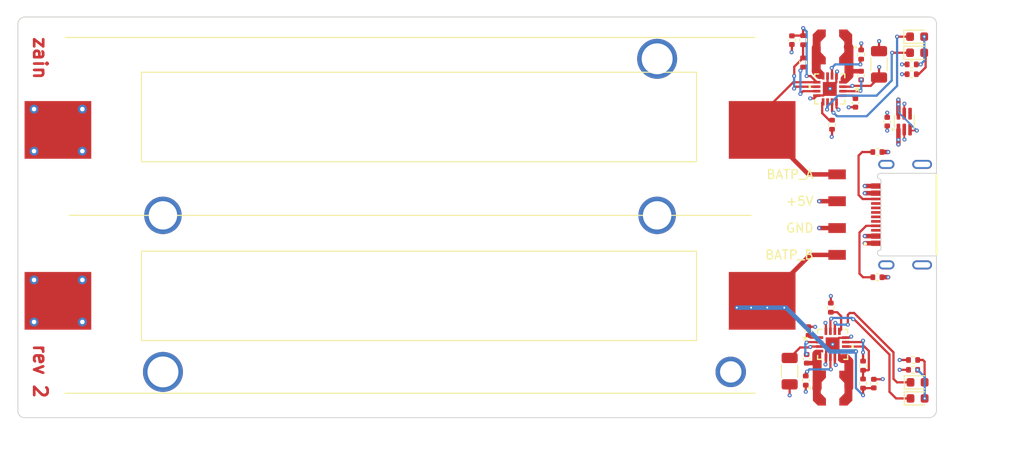
<source format=kicad_pcb>
(kicad_pcb (version 20241229) (generator "pcbnew") (generator_version "9.0")
  (title_block (title "18650 Charger") (date "2026-01-03") (rev "2"))
  (layers (0 "F.Cu" signal) (4 "In1.Cu" power "GND") (6 "In2.Cu" power "5V") (2 "B.Cu" signal) (13 "F.Paste" user) (15 "B.Paste" user) (5 "F.SilkS" user "F.Silkscreen") (7 "B.SilkS" user "B.Silkscreen") (1 "F.Mask" user) (3 "B.Mask" user) (25 "Edge.Cuts" user))
  (net 0 "")
  (net 1 "GND")
  (net 2 "Net-(U1-BOOST)")
  (net 3 "Net-(U1-SW)")
  (net 4 "Net-(U1-INTVCC)")
  (net 5 "Net-(U2-BOOST)")
  (net 6 "Net-(U2-SW)")
  (net 7 "Net-(U2-INTVCC)")
  (net 8 "/VBUS")
  (net 9 "Net-(J1-CC1)")
  (net 11 "Net-(J1-CC2)")
  (net 16 "+5V")
  (net 18 "/Charger A/BAT_P")
  (net 19 "Net-(L1-K)")
  (net 20 "Net-(L1-A)")
  (net 21 "Net-(L2-A)")
  (net 22 "Net-(L2-K)")
  (net 23 "Net-(U1-CHGSNS)")
  (net 24 "Net-(L4-A)")
  (net 25 "Net-(L4-K)")
  (net 26 "Net-(L5-K)")
  (net 27 "/Charger B/BAT_P")
  (net 28 "Net-(L5-A)")
  (net 29 "Net-(U2-CHGSNS)")
  (net 30 "Net-(U1-PROG)")
  (net 31 "Net-(U1-MPPT)")
  (net 32 "Net-(U1-FB)")
  (net 33 "Net-(U1-FBG)")
  (net 34 "Net-(U2-PROG)")
  (net 35 "Net-(U2-MPPT)")
  (net 36 "Net-(U2-FB)")
  (net 37 "Net-(U2-FBG)")
  (footprint "RCU-0C:TP+195X110" (layer "F.Cu") (at 200.5 116.5 180)
    (property "Reference" "TP2")
    (property "Value" "TestPoint")
  )
  (footprint "USB4505-03-0-A_REVA:GCT_USB4505-03-0-A_REVA" (layer "F.Cu") (at 210 115 90)
    (property "Reference" "J1")
    (property "Value" "USB4505-03-0-A_REVA")
    (fp_line (start 4.62 -4.6) (end 4.62 1.6) (stroke (width 0.1)) (layer "Edge.Cuts"))
    (fp_line (start -3.82 -4.6) (end 3.82 -4.6) (stroke (width 0.1)) (layer "Edge.Cuts"))
    (fp_line (start 4.62 1.6) (end 6.36 1.6) (stroke (width 0.1)) (layer "Edge.Cuts"))
    (fp_line (start -4.62 1.6) (end -4.62 -4.6) (stroke (width 0.1)) (layer "Edge.Cuts"))
    (fp_line (start -6.52 1.6) (end -4.62 1.6) (stroke (width 0.1)) (layer "Edge.Cuts"))
    (fp_arc (start 4.295 -5) (mid 4.540343 -4.86731) (end 4.62 -4.6) (stroke (width 0.1)) (layer "Edge.Cuts"))
    (fp_arc (start -4.295 -5) (mid -4.07451 -4.92731) (end -3.97 -4.72) (stroke (width 0.1)) (layer "Edge.Cuts"))
    (fp_arc (start 3.97 -4.72) (mid 4.07451 -4.92731) (end 4.295 -5) (stroke (width 0.1)) (layer "Edge.Cuts"))
    (fp_arc (start 3.97 -4.72) (mid 3.919853 -4.628934) (end 3.82 -4.6) (stroke (width 0.1)) (layer "Edge.Cuts"))
    (fp_arc (start -3.82 -4.6) (mid -3.919853 -4.628934) (end -3.97 -4.72) (stroke (width 0.1)) (layer "Edge.Cuts"))
    (fp_arc (start -4.62 -4.6) (mid -4.540343 -4.86731) (end -4.295 -5) (stroke (width 0.1)) (layer "Edge.Cuts"))
  )
  (footprint "Resistor_SMD:R_0402_1005Metric" (layer "F.Cu") (at 208.8375 98.2)
    (property "Reference" "R7")
    (property "Value" "600")
  )
  (footprint "RCU-0C:TP+195X110" (layer "F.Cu") (at 200.5 110.5 180)
    (property "Reference" "TP3")
    (property "Value" "TestPoint")
  )
  (footprint "Resistor_SMD:R_0402_1005Metric" (layer "F.Cu") (at 196.7 95.49 -90)
    (property "Reference" "R5")
    (property "Value" "887K")
  )
  (footprint "Capacitor_SMD:C_1206_3216Metric" (layer "F.Cu") (at 195.2 132.5 -90)
    (property "Reference" "C5")
    (property "Value" "10uF")
  )
  (footprint "LED_SMD:LED_0603_1608Metric" (layer "F.Cu") (at 209.4875 133.75)
    (property "Reference" "L5")
    (property "Value" "GRN")
  )
  (footprint "RCU-0C:TP+195X110" (layer "F.Cu") (at 200.5 113.5 180)
    (property "Reference" "TP1")
    (property "Value" "TestPoint")
  )
  (footprint "Resistor_SMD:R_0402_1005Metric" (layer "F.Cu") (at 205 108 180)
    (property "Reference" "R1")
    (property "Value" "5.1K")
  )
  (footprint "RCU-0C:TP+195X110" (layer "F.Cu") (at 200.5 119.5 180)
    (property "Reference" "TP4")
    (property "Value" "TestPoint")
  )
  (footprint "Resistor_SMD:R_0402_1005Metric" (layer "F.Cu") (at 203.1852 97.1 -90)
    (property "Reference" "R4")
    (property "Value" "10K")
  )
  (footprint "LPS4018-472MRB:INDP_LPS4018-472MRB" (layer "F.Cu") (at 200 134.4)
    (property "Reference" "L6")
    (property "Value" "47uH")
  )
  (footprint "LPS4018-472MRB:INDP_LPS4018-472MRB" (layer "F.Cu") (at 199.98 96.25 180)
    (property "Reference" "L3")
    (property "Value" "47uH")
  )
  (footprint "Capacitor_SMD:C_0402_1005Metric" (layer "F.Cu") (at 204.6 133.89 90)
    (property "Reference" "C7")
    (property "Value" "22uF")
  )
  (footprint "Capacitor_SMD:C_0402_1005Metric" (layer "F.Cu") (at 202.55 102.5 -90)
    (property "Reference" "C4")
    (property "Value" "2.2uF")
  )
  (footprint "LED_SMD:LED_0603_1608Metric" (layer "F.Cu") (at 209.4375 96.9)
    (property "Reference" "L2")
    (property "Value" "GRN")
  )
  (footprint "LED_SMD:LED_0603_1608Metric" (layer "F.Cu") (at 209.4875 135.55)
    (property "Reference" "L4")
    (property "Value" "RED")
  )
  (footprint "Resistor_SMD:R_0402_1005Metric" (layer "F.Cu") (at 197 133.55 90)
    (property "Reference" "R10")
    (property "Value" "10K")
  )
  (footprint "LED_SMD:LED_0603_1608Metric" (layer "F.Cu") (at 209.4375 95.1)
    (property "Reference" "L1")
    (property "Value" "RED")
  )
  (footprint "Resistor_SMD:R_0402_1005Metric" (layer "F.Cu") (at 208.8375 99.3)
    (property "Reference" "R8")
    (property "Value" "600")
  )
  (footprint "LTC4121IUDTRPBF:QFN-16_UD" (layer "F.Cu") (at 199.6852 100.9452 180)
    (property "Reference" "U1")
    (property "Value" "LTC4121IUDTRPBF")
  )
  (footprint "Capacitor_SMD:C_0402_1005Metric" (layer "F.Cu") (at 195.45 95.49 -90)
    (property "Reference" "C3")
    (property "Value" "22uF")
  )
  (footprint "LTC4121IUDTRPBF:QFN-16_UD" (layer "F.Cu") (at 200 129.5)
    (property "Reference" "U2")
    (property "Value" "LTC4121IUDTRPBF")
  )
  (footprint "Resistor_SMD:R_0402_1005Metric" (layer "F.Cu") (at 208.9875 132.35)
    (property "Reference" "R13")
    (property "Value" "600")
  )
  (footprint "Capacitor_SMD:C_0402_1005Metric" (layer "F.Cu") (at 197.1 131.12 -90)
    (property "Reference" "C6")
    (property "Value" "22nF")
  )
  (footprint "Resistor_SMD:R_0402_1005Metric" (layer "F.Cu") (at 199.8 125.4 -90)
    (property "Reference" "R9")
    (property "Value" "3.01K")
  )
  (footprint "Capacitor_SMD:C_0402_1005Metric" (layer "F.Cu") (at 203.1852 99.4452 90)
    (property "Reference" "C2")
    (property "Value" "22nF")
  )
  (footprint "Resistor_SMD:R_0402_1005Metric" (layer "F.Cu") (at 203.4 131.89 90)
    (property "Reference" "R12")
    (property "Value" "1780K")
  )
  (footprint "Capacitor_SMD:C_0402_1005Metric" (layer "F.Cu") (at 206.1 104.6 90)
    (property "Reference" "C9" (hide yes))
    (property "Value" "1uF")
  )
  (footprint "Capacitor_SMD:C_1206_3216Metric" (layer "F.Cu") (at 205.1852 98.1952 90)
    (property "Reference" "C1")
    (property "Value" "10uF")
  )
  (footprint "Resistor_SMD:R_0402_1005Metric" (layer "F.Cu") (at 208.9875 131.25)
    (property "Reference" "R14")
    (property "Value" "600")
  )
  (footprint "Resistor_SMD:R_0402_1005Metric" (layer "F.Cu") (at 199.9352 104.9452 90)
    (property "Reference" "R3")
    (property "Value" "3.01K")
  )
  (footprint "Resistor_SMD:R_0402_1005Metric" (layer "F.Cu") (at 196.7 97.99 -90)
    (property "Reference" "R6")
    (property "Value" "1780K")
  )
  (footprint "Resistor_SMD:R_0402_1005Metric" (layer "F.Cu") (at 203.4 133.89 90)
    (property "Reference" "R11")
    (property "Value" "887K")
  )
  (footprint "1048:BAT_1048" (layer "F.Cu") (at 152.8 115.08)
    (property "Reference" "BT1")
    (property "Value" "1048")
  )
  (footprint "Resistor_SMD:R_0402_1005Metric" (layer "F.Cu") (at 205 122)
    (property "Reference" "R2")
    (property "Value" "5.1K")
  )
  (footprint "Package_TO_SOT_SMD:SOT-363_SC-70-6" (layer "F.Cu") (at 208 104.6 90)
    (property "Reference" "U3" (hide yes))
    (property "Value" "LM66100DCK")
  )
  (footprint "Capacitor_SMD:C_0402_1005Metric" (layer "F.Cu") (at 197.3 128.02 90)
    (property "Reference" "C8")
    (property "Value" "2.2uF")
  )
  (gr_line (start 109 136.934315) (end 109 93.7) (stroke (width 0.1)) (layer "Edge.Cuts"))
  (gr_arc (start 210.834315 92.9) (mid 211.385656 93.114344) (end 211.6 93.665685) (stroke (width 0.1)) (layer "Edge.Cuts"))
  (gr_line (start 211.6 121.52) (end 211.6 136.834315) (stroke (width 0.1)) (layer "Edge.Cuts"))
  (gr_line (start 210.834315 137.7) (end 109.765685 137.7) (stroke (width 0.1)) (layer "Edge.Cuts"))
  (gr_arc (start 211.6 136.834315) (mid 211.392051 137.421848) (end 210.834315 137.7) (stroke (width 0.1)) (layer "Edge.Cuts"))
  (gr_arc (start 109.765685 137.7) (mid 109.214343 137.485657) (end 109 136.934315) (stroke (width 0.1)) (layer "Edge.Cuts"))
  (gr_line (start 109.8 92.9) (end 210.834315 92.9) (stroke (width 0.1)) (layer "Edge.Cuts"))
  (gr_arc (start 109 93.7) (mid 109.234315 93.134315) (end 109.8 92.9) (stroke (width 0.1)) (layer "Edge.Cuts"))
  (gr_line (start 211.6 108.64) (end 211.6 93.665685) (stroke (width 0.1)) (layer "Edge.Cuts"))
  (gr_text "rev 2" (at 111.5 132.5 270) (layer "F.Cu") (effects (font (size 1.5 1.5) (thickness 0.3))))
  (gr_text "zain" (at 111.5 97.5 270) (layer "F.Cu") (effects (font (size 1.5 1.5) (thickness 0.3))))
  (gr_text "+5V" (at 196.333333 113.5 0) (layer "F.SilkS") (effects (font (size 1 1))))
  (gr_text "BATP_B" (at 195.166667 119.5 0) (layer "F.SilkS") (effects (font (size 1 1))))
  (gr_text "GND" (at 196.333333 116.5 0) (layer "F.SilkS") (effects (font (size 1 1))))
  (gr_text "BATP_A" (at 195.238095 110.5 0) (layer "F.SilkS") (effects (font (size 1 1))))
  (segment (start 208 102.621855) (end 208.021855 102.6) (width 0.2) (layer "F.Cu") (net 1))
  (segment (start 200.410689 100.219711) (end 199.7152 100.9152) (width 0.25) (layer "F.Cu") (net 1))
  (segment (start 198.2328 101.6952) (end 197.928 102) (width 0.25) (layer "F.Cu") (net 1))
  (segment (start 201.427889 128.774511) (end 200.725489 128.774511) (width 0.25) (layer "F.Cu") (net 1))
  (segment (start 199.8 124.89) (end 199.8 124.1) (width 0.25) (layer "F.Cu") (net 1))
  (segment (start 201.82 102.98) (end 201.8 103) (width 0.25) (layer "F.Cu") (net 1))
  (segment (start 200.4352 99.0648) (end 200.5 99) (width 0.25) (layer "F.Cu") (net 1))
  (segment (start 199.25 130.9524) (end 199.25 131.701) (width 0.25) (layer "F.Cu") (net 1))
  (segment (start 205.1852 96.7202) (end 205.1852 95.6148) (width 0.25) (layer "F.Cu") (net 1))
  (segment (start 195.2 133.975) (end 195.2 135.2) (width 0.25) (layer "F.Cu") (net 1))
  (segment (start 200.725489 128.774511) (end 200 129.5) (width 0.25) (layer "F.Cu") (net 1))
  (segment (start 204.6 133.41) (end 205.58 133.41) (width 0.25) (layer "F.Cu") (net 1))
  (segment (start 199.7152 100.9152) (end 199.6852 100.9452) (width 0.25) (layer "F.Cu") (net 1))
  (segment (start 195.45 96.8096) (end 195.4148 96.8448) (width 0.25) (layer "F.Cu") (net 1))
  (segment (start 195.45 95.97) (end 195.45 96.8096) (width 0.25) (layer "F.Cu") (net 1))
  (segment (start 199.9352 105.4552) (end 199.9352 106.2648) (width 0.25) (layer "F.Cu") (net 1))
  (segment (start 199.4352 99.4928) (end 199.4352 100.6952) (width 0.25) (layer "F.Cu") (net 1))
  (segment (start 200.25 129.75) (end 200 129.5) (width 0.25) (layer "F.Cu") (net 1))
  (segment (start 197.928 102) (end 197.5 102) (width 0.25) (layer "F.Cu") (net 1))
  (segment (start 199.4352 100.6952) (end 199.6852 100.9452) (width 0.25) (layer "F.Cu") (net 1))
  (segment (start 205.51 108) (end 206.2 108) (width 0.5) (layer "F.Cu") (net 1))
  (segment (start 199.274511 130.225489) (end 200 129.5) (width 0.25) (layer "F.Cu") (net 1))
  (segment (start 201.4524 128.75) (end 201.427889 128.774511) (width 0.25) (layer "F.Cu") (net 1))
  (segment (start 198.257311 101.670689) (end 198.959711 101.670689) (width 0.25) (layer "F.Cu") (net 1))
  (segment (start 208 106.575) (end 208 105.4875) (width 0.2) (layer "F.Cu") (net 1))
  (segment (start 199.25 130.9524) (end 199.274511 130.927889) (width 0.25) (layer "F.Cu") (net 1))
  (segment (start 200.25 131.710626) (end 200.349409 131.810035) (width 0.25) (layer "F.Cu") (net 1))
  (segment (start 208.025 106.6) (end 208 106.575) (width 0.2) (layer "F.Cu") (net 1))
  (segment (start 206.1 103.6) (end 206.1 104.12) (width 0.25) (layer "F.Cu") (net 1))
  (segment (start 200.5 116.5) (end 198.5 116.5) (width 0.5) (layer "F.Cu") (net 1))
  (segment (start 199.25 131.701) (end 199.2005 131.7505) (width 0.25) (layer "F.Cu") (net 1))
  (segment (start 199.9352 106.2648) (end 199.9 106.3) (width 0.25) (layer "F.Cu") (net 1))
  (segment (start 208 103.7125) (end 208 102.621855) (width 0.2) (layer "F.Cu") (net 1))
  (segment (start 198.959711 101.670689) (end 199.6852 100.9452) (width 0.25) (layer "F.Cu") (net 1))
  (segment (start 205.51 122) (end 206.2 122) (width 0.5) (layer "F.Cu") (net 1))
  (segment (start 200.25 130.9524) (end 200.25 129.75) (width 0.25) (layer "F.Cu") (net 1))
  (segment (start 201.4524 128.75) (end 201.955776 128.75) (width 0.25) (layer "F.Cu") (net 1))
  (segment (start 204.85 118.2) (end 203.6 118.2) (width 0.5) (layer "F.Cu") (net 1))
  (segment (start 199.274511 130.927889) (end 199.274511 130.225489) (width 0.25) (layer "F.Cu") (net 1))
  (segment (start 200.4352 99.4928) (end 200.4352 99.0648) (width 0.25) (layer "F.Cu") (net 1))
  (segment (start 197.3 127.54) (end 198.04 127.54) (width 0.25) (layer "F.Cu") (net 1))
  (segment (start 200.410689 99.517311) (end 200.410689 100.219711) (width 0.25) (layer "F.Cu") (net 1))
  (segment (start 200.4352 99.4928) (end 200.410689 99.517311) (width 0.25) (layer "F.Cu") (net 1))
  (segment (start 205.1852 95.6148) (end 205.2 95.6) (width 0.25) (layer "F.Cu") (net 1))
  (segment (start 198.04 127.54) (end 198.05 127.55) (width 0.25) (layer "F.Cu") (net 1))
  (segment (start 202.55 102.98) (end 201.82 102.98) (width 0.25) (layer "F.Cu") (net 1))
  (segment (start 203.6 111.8) (end 204.85 111.8) (width 0.5) (layer "F.Cu") (net 1))
  (segment (start 198.2328 101.6952) (end 198.257311 101.670689) (width 0.25) (layer "F.Cu") (net 1))
  (segment (start 205.58 133.41) (end 205.6 133.39) (width 0.25) (layer "F.Cu") (net 1))
  (segment (start 200.25 130.9524) (end 200.25 131.710626) (width 0.25) (layer "F.Cu") (net 1))
  (segment (start 201.955776 128.75) (end 202.073674 128.632102) (width 0.25) (layer "F.Cu") (net 1))
  (via (at 195.4148 96.8448) (size 0.45) (drill 0.2) (layers "F.Cu" "B.Cu") (net 1))
  (via (at 110.8 107.9) (size 1) (drill 0.5) (layers "F.Cu" "B.Cu") (net 1))
  (via (at 200 129.5) (size 0.45) (drill 0.2) (layers "F.Cu" "B.Cu") (net 1))
  (via (at 197.5 102) (size 0.45) (drill 0.2) (layers "F.Cu" "B.Cu") (net 1))
  (via (at 208.025 106.6) (size 0.45) (drill 0.2) (layers "F.Cu" "B.Cu") (net 1))
  (via (at 116.2 122.3) (size 1) (drill 0.5) (layers "F.Cu" "B.Cu") (net 1))
  (via (at 110.8 122.3) (size 1) (drill 0.5) (layers "F.Cu" "B.Cu") (net 1))
  (via (at 203.6 111.8) (size 0.45) (drill 0.2) (layers "F.Cu" "B.Cu") (net 1))
  (via (at 206.2 122) (size 0.45) (drill 0.2) (layers "F.Cu" "B.Cu") (net 1))
  (via (at 110.8 127) (size 1) (drill 0.5) (layers "F.Cu" "B.Cu") (net 1))
  (via (at 199.2005 131.7505) (size 0.45) (drill 0.2) (layers "F.Cu" "B.Cu") (net 1))
  (via (at 205.2 95.6) (size 0.45) (drill 0.2) (layers "F.Cu" "B.Cu") (net 1))
  (via (at 110.8 103.2) (size 1) (drill 0.5) (layers "F.Cu" "B.Cu") (net 1))
  (via (at 199.9 106.3) (size 0.45) (drill 0.2) (layers "F.Cu" "B.Cu") (net 1))
  (via (at 203.6 118.2) (size 0.45) (drill 0.2) (layers "F.Cu" "B.Cu") (net 1))
  (via (at 116.2 127) (size 1) (drill 0.5) (layers "F.Cu" "B.Cu") (net 1))
  (via (at 198.5 116.5) (size 0.45) (drill 0.2) (layers "F.Cu" "B.Cu") (net 1))
  (via (at 202.073674 128.632102) (size 0.45) (drill 0.2) (layers "F.Cu" "B.Cu") (net 1))
  (via (at 200.5 99) (size 0.45) (drill 0.2) (layers "F.Cu" "B.Cu") (net 1))
  (via (at 195.2 135.2) (size 0.45) (drill 0.2) (layers "F.Cu" "B.Cu") (net 1))
  (via (at 206.2 108) (size 0.45) (drill 0.2) (layers "F.Cu" "B.Cu") (net 1))
  (via (at 208.021855 102.6) (size 0.45) (drill 0.2) (layers "F.Cu" "B.Cu") (net 1))
  (via (at 116.2 107.9) (size 1) (drill 0.5) (layers "F.Cu" "B.Cu") (net 1))
  (via (at 205.6 133.39) (size 0.45) (drill 0.2) (layers "F.Cu" "B.Cu") (net 1))
  (via (at 206.1 103.6) (size 0.45) (drill 0.2) (layers "F.Cu" "B.Cu") (net 1))
  (via (at 201.8 103) (size 0.45) (drill 0.2) (layers "F.Cu" "B.Cu") (net 1))
  (via (at 116.2 103.2) (size 1) (drill 0.5) (layers "F.Cu" "B.Cu") (net 1))
  (via (at 200.349409 131.810035) (size 0.45) (drill 0.2) (layers "F.Cu" "B.Cu") (net 1))
  (via (at 198.05 127.55) (size 0.45) (drill 0.2) (layers "F.Cu" "B.Cu") (net 1))
  (via (at 199.8 124.1) (size 0.45) (drill 0.2) (layers "F.Cu" "B.Cu") (net 1))
  (via (at 199.7152 100.9152) (size 0.45) (drill 0.2) (layers "F.Cu" "B.Cu") (net 1))
  (segment (start 203.065134 101.1952) (end 203.109834 101.1505) (width 0.25) (layer "F.Cu") (net 2))
  (segment (start 203.1852 99.9148) (end 203.2 99.9) (width 0.25) (layer "F.Cu") (net 2))
  (segment (start 203.1852 99.9252) (end 203.1852 99.9148) (width 0.25) (layer "F.Cu") (net 2))
  (segment (start 201.1376 101.1952) (end 203.065134 101.1952) (width 0.25) (layer "F.Cu") (net 2))
  (via (at 203.2 99.9) (size 0.45) (drill 0.2) (layers "F.Cu" "B.Cu") (net 2))
  (via (at 203.109834 101.1505) (size 0.45) (drill 0.2) (layers "F.Cu" "B.Cu") (net 2))
  (segment (start 203.2 99.9) (end 203.2 101.060334) (width 0.25) (layer "B.Cu") (net 2))
  (segment (start 203.2 101.060334) (end 203.109834 101.1505) (width 0.25) (layer "B.Cu") (net 2))
  (segment (start 201.82451 96.32451) (end 201.82451 99.40549) (width 1) (layer "F.Cu") (net 3))
  (segment (start 201.8348 98.9652) (end 201.8 99) (width 0.5) (layer "F.Cu") (net 3))
  (segment (start 201.82451 99.40549) (end 201.384311 99.845689) (width 1) (layer "F.Cu") (net 3))
  (segment (start 203.1852 98.9652) (end 201.8348 98.9652) (width 0.5) (layer "F.Cu") (net 3))
  (segment (start 201.75 96.25) (end 201.82451 96.32451) (width 1) (layer "F.Cu") (net 3))
  (segment (start 201.1376 101.6952) (end 202.2252 101.6952) (width 0.25) (layer "F.Cu") (net 4))
  (segment (start 202.2252 101.6952) (end 202.55 102.02) (width 0.25) (layer "F.Cu") (net 4))
  (segment (start 197.137083 129.25) (end 198.5476 129.25) (width 0.25) (layer "F.Cu") (net 5))
  (segment (start 197.1 130.64) (end 197.1 130.6) (width 0.5) (layer "F.Cu") (net 5))
  (segment (start 197.094259 129.292824) (end 197.137083 129.25) (width 0.25) (layer "F.Cu") (net 5))
  (via (at 197.094259 129.292824) (size 0.45) (drill 0.2) (layers "F.Cu" "B.Cu") (net 5))
  (via (at 197.1 130.6) (size 0.45) (drill 0.2) (layers "F.Cu" "B.Cu") (net 5))
  (segment (start 197.1 130.6) (end 196.950499 130.450499) (width 0.25) (layer "B.Cu") (net 5))
  (segment (start 196.950499 130.450499) (end 196.950499 129.436584) (width 0.25) (layer "B.Cu") (net 5))
  (segment (start 196.950499 129.436584) (end 197.094259 129.292824) (width 0.25) (layer "B.Cu") (net 5))
  (segment (start 198.23 134.4) (end 198.274501 134.355499) (width 1) (layer "F.Cu") (net 6))
  (segment (start 198.23 131.37) (end 198.23 130.599511) (width 1) (layer "F.Cu") (net 6))
  (segment (start 198.274501 131.414501) (end 198.23 131.37) (width 1) (layer "F.Cu") (net 6))
  (segment (start 197.1 131.6) (end 198 131.6) (width 0.5) (layer "F.Cu") (net 6))
  (segment (start 198.274501 134.355499) (end 198.274501 131.414501) (width 1) (layer "F.Cu") (net 6))
  (segment (start 198 131.6) (end 198.23 131.37) (width 0.5) (layer "F.Cu") (net 6))
  (segment (start 198.5476 128.75) (end 197.55 128.75) (width 0.25) (layer "F.Cu") (net 7))
  (segment (start 197.55 128.75) (end 197.3 128.5) (width 0.25) (layer "F.Cu") (net 7))
  (segment (start 206.1 105.6) (end 206.1 105.08) (width 0.25) (layer "F.Cu") (net 8))
  (segment (start 204.85 117.4) (end 203.6 117.4) (width 0.5) (layer "F.Cu") (net 8))
  (segment (start 204.85 112.6) (end 203.6 112.6) (width 0.5) (layer "F.Cu") (net 8))
  (segment (start 207.35 105.4875) (end 207.35 107.15) (width 0.5) (layer "F.Cu") (net 8))
  (via (at 206.1 105.6) (size 0.45) (drill 0.2) (layers "F.Cu" "B.Cu") (net 8))
  (via (at 207.35 107.15) (size 0.45) (drill 0.2) (layers "F.Cu" "B.Cu") (net 8))
  (via (at 203.6 112.6) (size 0.45) (drill 0.2) (layers "F.Cu" "B.Cu") (net 8))
  (via (at 203.6 117.4) (size 0.45) (drill 0.2) (layers "F.Cu" "B.Cu") (net 8))
  (via (at 207.35 106.624997) (size 0.45) (drill 0.2) (layers "F.Cu" "B.Cu") (net 8))
  (segment (start 203.75 116.25) (end 203 117) (width 0.25) (layer "F.Cu") (net 9))
  (segment (start 204.85 116.25) (end 203.75 116.25) (width 0.25) (layer "F.Cu") (net 9))
  (segment (start 203 121.6) (end 203.4 122) (width 0.25) (layer "F.Cu") (net 9))
  (segment (start 203 117) (end 203 121.6) (width 0.25) (layer "F.Cu") (net 9))
  (segment (start 203.4 122) (end 204.49 122) (width 0.25) (layer "F.Cu") (net 9))
  (segment (start 203.35 113.25) (end 202.9 112.8) (width 0.25) (layer "F.Cu") (net 11))
  (segment (start 203.3 108) (end 204.49 108) (width 0.25) (layer "F.Cu") (net 11))
  (segment (start 202.9 108.4) (end 203.3 108) (width 0.25) (layer "F.Cu") (net 11))
  (segment (start 204.85 113.25) (end 203.35 113.25) (width 0.25) (layer "F.Cu") (net 11))
  (segment (start 202.9 112.8) (end 202.9 108.4) (width 0.25) (layer "F.Cu") (net 11))
  (segment (start 199.25 127.15) (end 199.2 127.1) (width 0.25) (layer "F.Cu") (net 16))
  (segment (start 205.1852 99.6702) (end 205.1852 98.5148) (width 0.25) (layer "F.Cu") (net 16))
  (segment (start 200.4352 102.3976) (end 200.4352 103.043629) (width 0.25) (layer "F.Cu") (net 16))
  (segment (start 205.1852 99.6702) (end 204.2544 100.601) (width 0.25) (layer "F.Cu") (net 16))
  (segment (start 198.5476 129.75) (end 197.55 129.75) (width 0.25) (layer "F.Cu") (net 16))
  (segment (start 202.1106 100.6952) (end 202.2048 100.601) (width 0.25) (layer "F.Cu") (net 16))
  (segment (start 201.1376 100.6952) (end 202.1106 100.6952) (width 0.25) (layer "F.Cu") (net 16))
  (segment (start 209.4 105.6) (end 208.7625 105.6) (width 0.2) (layer "F.Cu") (net 16))
  (segment (start 199.25 128.0476) (end 199.25 127.15) (width 0.25) (layer "F.Cu") (net 16))
  (segment (start 197.45 129.85) (end 197.5 129.8) (width 0.25) (layer "F.Cu") (net 16))
  (segment (start 200.4352 103.043629) (end 200.656248 103.264677) (width 0.25) (layer "F.Cu") (net 16))
  (segment (start 197 134.16) (end 197 134.8) (width 0.25) (layer "F.Cu") (net 16))
  (segment (start 197.55 129.75) (end 197.5 129.8) (width 0.25) (layer "F.Cu") (net 16))
  (segment (start 208.4775 131.25) (end 207.4875 131.25) (width 0.25) (layer "F.Cu") (net 16))
  (segment (start 195.2 131.025) (end 196.375 129.85) (width 0.25) (layer "F.Cu") (net 16))
  (segment (start 205.1852 98.5148) (end 205.2 98.5) (width 0.25) (layer "F.Cu") (net 16))
  (segment (start 207.346855 103.807669) (end 207.346855 102.145169) (width 0.5) (layer "F.Cu") (net 16))
  (segment (start 200.5 113.5) (end 198.5 113.5) (width 0.5) (layer "F.Cu") (net 16))
  (segment (start 203.1852 96.59) (end 203.2 96.5752) (width 0.25) (layer "F.Cu") (net 16))
  (segment (start 208.7625 105.6) (end 208.65 105.4875) (width 0.2) (layer "F.Cu") (net 16))
  (segment (start 208.4775 132.35) (end 207.4875 132.35) (width 0.25) (layer "F.Cu") (net 16))
  (segment (start 208.3275 99.3) (end 207.7495 99.3) (width 0.25) (layer "F.Cu") (net 16))
  (segment (start 203.2 96.5752) (end 203.2 95.85) (width 0.25) (layer "F.Cu") (net 16))
  (segment (start 208.3275 98.2) (end 207.7495 98.2) (width 0.25) (layer "F.Cu") (net 16))
  (segment (start 196.375 129.85) (end 197.45 129.85) (width 0.25) (layer "F.Cu") (net 16))
  (segment (start 204.2544 100.601) (end 202.2048 100.601) (width 0.25) (layer "F.Cu") (net 16))
  (via (at 200.656248 103.264677) (size 0.45) (drill 0.2) (layers "F.Cu" "B.Cu") (net 16))
  (via (at 207.7495 99.3) (size 0.45) (drill 0.2) (layers "F.Cu" "B.Cu") (net 16))
  (via (at 209.4 105.6) (size 0.45) (drill 0.2) (layers "F.Cu" "B.Cu") (net 16))
  (via (at 207.7495 98.2) (size 0.45) (drill 0.2) (layers "F.Cu" "B.Cu") (net 16))
  (via (at 207.4875 131.25) (size 0.45) (drill 0.2) (layers "F.Cu" "B.Cu") (net 16))
  (via (at 207.346855 102.145169) (size 0.45) (drill 0.2) (layers "F.Cu" "B.Cu") (net 16))
  (via (at 207.4875 132.35) (size 0.45) (drill 0.2) (layers "F.Cu" "B.Cu") (net 16))
  (via (at 205.2 98.5) (size 0.45) (drill 0.2) (layers "F.Cu" "B.Cu") (net 16))
  (via (at 202.2048 100.601) (size 0.45) (drill 0.2) (layers "F.Cu" "B.Cu") (net 16))
  (via (at 198.5 113.5) (size 0.45) (drill 0.2) (layers "F.Cu" "B.Cu") (net 16))
  (via (at 197 134.8) (size 0.45) (drill 0.2) (layers "F.Cu" "B.Cu") (net 16))
  (via (at 203.2 95.85) (size 0.45) (drill 0.2) (layers "F.Cu" "B.Cu") (net 16))
  (via (at 197.5 129.8) (size 0.45) (drill 0.2) (layers "F.Cu" "B.Cu") (net 16))
  (via (at 207.346855 102.670172) (size 0.45) (drill 0.2) (layers "F.Cu" "B.Cu") (net 16))
  (via (at 199.2 127.1) (size 0.45) (drill 0.2) (layers "F.Cu" "B.Cu") (net 16))
  (segment (start 207.346855 102.670172) (end 207.346855 103.546855) (width 0.2) (layer "B.Cu") (net 16))
  (segment (start 207.346855 103.546855) (end 209.4 105.6) (width 0.2) (layer "B.Cu") (net 16))
  (segment (start 196.7 94.98) (end 196.7 94.1596) (width 0.25) (layer "F.Cu") (net 18))
  (segment (start 196.7 94.1596) (end 196.7148 94.1448) (width 0.25) (layer "F.Cu") (net 18))
  (segment (start 195.6048 100.1952) (end 192.13 103.67) (width 0.25) (layer "F.Cu") (net 18))
  (segment (start 197.1 99.5) (end 197.5376 99.5) (width 0.25) (layer "F.Cu") (net 18))
  (segment (start 192.325 105.525) (end 197.3 110.5) (width 0.5) (layer "F.Cu") (net 18))
  (segment (start 196.7 94.98) (end 195.48 94.98) (width 0.25) (layer "F.Cu") (net 18))
  (segment (start 192.13 105.525) (end 192.325 105.525) (width 0.5) (layer "F.Cu") (net 18))
  (segment (start 198.2328 100.1952) (end 195.6048 100.1952) (width 0.25) (layer "F.Cu") (net 18))
  (segment (start 197.5376 99.5) (end 198.2328 100.1952) (width 0.25) (layer "F.Cu") (net 18))
  (segment (start 192.13 103.67) (end 192.13 105.525) (width 0.25) (layer "F.Cu") (net 18))
  (segment (start 195.48 94.98) (end 195.45 95.01) (width 0.25) (layer "F.Cu") (net 18))
  (segment (start 197.3 110.5) (end 200.5 110.5) (width 0.5) (layer "F.Cu") (net 18))
  (via (at 196.7148 94.1448) (size 0.45) (drill 0.2) (layers "F.Cu" "B.Cu") (net 18))
  (via (at 197.1 99.5) (size 0.45) (drill 0.2) (layers "F.Cu" "B.Cu") (net 18))
  (segment (start 196.7 94.13) (end 197.1 94.53) (width 0.25) (layer "B.Cu") (net 18))
  (segment (start 197.1 94.53) (end 197.1 99.5) (width 0.25) (layer "B.Cu") (net 18))
  (segment (start 199.9352 103.4352) (end 200.1 103.6) (width 0.25) (layer "F.Cu") (net 19))
  (segment (start 199.9352 102.3976) (end 199.9352 103.4352) (width 0.25) (layer "F.Cu") (net 19))
  (segment (start 208.65 95.1) (end 207.2 95.1) (width 0.25) (layer "F.Cu") (net 19))
  (via (at 200.1 103.6) (size 0.45) (drill 0.2) (layers "F.Cu" "B.Cu") (net 19))
  (via (at 207.2 95.1) (size 0.45) (drill 0.2) (layers "F.Cu" "B.Cu") (net 19))
  (segment (start 203.8 104) (end 207.2 100.6) (width 0.25) (layer "B.Cu") (net 19))
  (segment (start 200.5 104) (end 203.8 104) (width 0.25) (layer "B.Cu") (net 19))
  (segment (start 207.2 100.6) (end 207.2 95.1) (width 0.25) (layer "B.Cu") (net 19))
  (segment (start 200.1 103.6) (end 200.5 104) (width 0.25) (layer "B.Cu") (net 19))
  (segment (start 209.3475 98.2) (end 209.8375 98.2) (width 0.25) (layer "F.Cu") (net 20))
  (via (at 210.2375 95.1) (size 0.45) (drill 0.2) (layers "F.Cu" "B.Cu") (net 20))
  (via (at 209.8375 98.2) (size 0.45) (drill 0.2) (layers "F.Cu" "B.Cu") (net 20))
  (segment (start 210.2375 97.8) (end 209.8375 98.2) (width 0.25) (layer "B.Cu") (net 20))
  (segment (start 210.2375 95.1) (end 210.2375 97.8) (width 0.25) (layer "B.Cu") (net 20))
  (segment (start 209.3475 99.3) (end 209.617499 99.3) (width 0.25) (layer "F.Cu") (net 21))
  (segment (start 210.387001 98.530498) (end 210.387001 97.062001) (width 0.25) (layer "F.Cu") (net 21))
  (segment (start 210.387001 97.062001) (end 210.225 96.9) (width 0.25) (layer "F.Cu") (net 21))
  (segment (start 209.617499 99.3) (end 210.387001 98.530498) (width 0.25) (layer "F.Cu") (net 21))
  (segment (start 199.4352 103.19348) (end 199.3857 103.24298) (width 0.25) (layer "F.Cu") (net 22))
  (segment (start 199.4352 102.3976) (end 199.4352 103.19348) (width 0.25) (layer "F.Cu") (net 22))
  (segment (start 208.65 96.9) (end 206.65 96.9) (width 0.25) (layer "F.Cu") (net 22))
  (via (at 206.65 96.9) (size 0.45) (drill 0.2) (layers "F.Cu" "B.Cu") (net 22))
  (via (at 199.3857 103.24298) (size 0.45) (drill 0.2) (layers "F.Cu" "B.Cu") (net 22))
  (segment (start 206.6 96.95) (end 206.65 96.9) (width 0.25) (layer "B.Cu") (net 22))
  (segment (start 199.3857 102.9143) (end 200.6 101.7) (width 0.25) (layer "B.Cu") (net 22))
  (segment (start 204.9 101.7) (end 206.6 100) (width 0.25) (layer "B.Cu") (net 22))
  (segment (start 199.3857 103.24298) (end 199.3857 102.9143) (width 0.25) (layer "B.Cu") (net 22))
  (segment (start 206.6 100) (end 206.6 96.95) (width 0.25) (layer "B.Cu") (net 22))
  (segment (start 200.6 101.7) (end 204.9 101.7) (width 0.25) (layer "B.Cu") (net 22))
  (segment (start 198.17 98.94) (end 198.575689 99.345689) (width 1) (layer "F.Cu") (net 23))
  (segment (start 198.17 96.35) (end 198.17 98.94) (width 1) (layer "F.Cu") (net 23))
  (via (at 209.4875 132.35) (size 0.45) (drill 0.2) (layers "F.Cu" "B.Cu") (net 24))
  (via (at 210.2875 135.55) (size 0.45) (drill 0.2) (layers "F.Cu" "B.Cu") (net 24))
  (segment (start 210.2875 133.15) (end 209.4875 132.35) (width 0.25) (layer "B.Cu") (net 24))
  (segment (start 210.2875 135.55) (end 210.2875 133.15) (width 0.25) (layer "B.Cu") (net 24))
  (segment (start 206.350489 130.650489) (end 202.4 126.7) (width 0.25) (layer "F.Cu") (net 25))
  (segment (start 208.7 135.55) (end 207.0875 135.55) (width 0.25) (layer "F.Cu") (net 25))
  (segment (start 202.4 126.7) (end 202.3 126.7) (width 0.25) (layer "F.Cu") (net 25))
  (segment (start 199.75 126.731467) (end 199.841544 126.639923) (width 0.25) (layer "F.Cu") (net 25))
  (segment (start 206.350489 134.812989) (end 206.350489 130.650489) (width 0.25) (layer "F.Cu") (net 25))
  (segment (start 199.75 128.0476) (end 199.75 126.731467) (width 0.25) (layer "F.Cu") (net 25))
  (segment (start 207.0875 135.55) (end 206.350489 134.812989) (width 0.25) (layer "F.Cu") (net 25))
  (via (at 202.3 126.7) (size 0.45) (drill 0.2) (layers "F.Cu" "B.Cu") (net 25))
  (via (at 199.841544 126.639923) (size 0.45) (drill 0.2) (layers "F.Cu" "B.Cu") (net 25))
  (segment (start 199.930968 126.550499) (end 199.841544 126.639923) (width 0.25) (layer "B.Cu") (net 25))
  (segment (start 202.3 126.7) (end 202.150499 126.550499) (width 0.25) (layer "B.Cu") (net 25))
  (segment (start 202.150499 126.550499) (end 199.930968 126.550499) (width 0.25) (layer "B.Cu") (net 25))
  (segment (start 207.1875 133.75) (end 208.7 133.75) (width 0.25) (layer "F.Cu") (net 26))
  (segment (start 201.9 126) (end 202.4 126) (width 0.25) (layer "F.Cu") (net 26))
  (segment (start 200.25 127.15) (end 200.25 128.0476) (width 0.25) (layer "F.Cu") (net 26))
  (segment (start 200.3 127.1) (end 200.25 127.15) (width 0.25) (layer "F.Cu") (net 26))
  (segment (start 201.7 127.3) (end 201.7 126.2) (width 0.25) (layer "F.Cu") (net 26))
  (segment (start 202.4 126) (end 206.8 130.4) (width 0.25) (layer "F.Cu") (net 26))
  (segment (start 206.8 130.4) (end 206.8 133.3625) (width 0.25) (layer "F.Cu") (net 26))
  (segment (start 206.8 133.3625) (end 207.1875 133.75) (width 0.25) (layer "F.Cu") (net 26))
  (segment (start 201.7 126.2) (end 201.9 126) (width 0.25) (layer "F.Cu") (net 26))
  (via (at 201.7 127.3) (size 0.45) (drill 0.2) (layers "F.Cu" "B.Cu") (net 26))
  (via (at 200.3 127.1) (size 0.45) (drill 0.2) (layers "F.Cu" "B.Cu") (net 26))
  (segment (start 201.7 127.3) (end 200.5 127.3) (width 0.25) (layer "B.Cu") (net 26))
  (segment (start 200.5 127.3) (end 200.3 127.1) (width 0.25) (layer "B.Cu") (net 26))
  (segment (start 192.365 124.635) (end 197.5 119.5) (width 0.5) (layer "F.Cu") (net 27))
  (segment (start 203.4 134.4) (end 203.4 135.19) (width 0.25) (layer "F.Cu") (net 27))
  (segment (start 197.5 119.5) (end 200.5 119.5) (width 0.5) (layer "F.Cu") (net 27))
  (segment (start 202.6 130.3) (end 202.55 130.25) (width 0.25) (layer "F.Cu") (net 27))
  (segment (start 202.55 130.25) (end 201.4524 130.25) (width 0.25) (layer "F.Cu") (net 27))
  (segment (start 203.4 134.4) (end 204.57 134.4) (width 0.25) (layer "F.Cu") (net 27))
  (segment (start 192.13 124.635) (end 192.365 124.635) (width 0.5) (layer "F.Cu") (net 27))
  (segment (start 204.57 134.4) (end 204.6 134.37) (width 0.25) (layer "F.Cu") (net 27))
  (via (at 189.3 125.4) (size 0.45) (drill 0.2) (layers "F.Cu" "B.Cu") (net 27))
  (via (at 192.7 125.4) (size 0.45) (drill 0.2) (layers "F.Cu" "B.Cu") (net 27))
  (via (at 203.4 135.19) (size 0.45) (drill 0.2) (layers "F.Cu" "B.Cu") (net 27))
  (via (at 202.6 130.3) (size 0.45) (drill 0.2) (layers "F.Cu" "B.Cu") (net 27))
  (via (at 190.9 125.4) (size 0.45) (drill 0.2) (layers "F.Cu" "B.Cu") (net 27))
  (via (at 194.6 125.4) (size 0.45) (drill 0.2) (layers "F.Cu" "B.Cu") (net 27))
  (segment (start 203.4 135.19) (end 202.6 134.39) (width 0.25) (layer "B.Cu") (net 27))
  (segment (start 194.8 125.4) (end 199.7 130.3) (width 0.5) (layer "B.Cu") (net 27))
  (segment (start 202.6 134.39) (end 202.6 130.3) (width 0.25) (layer "B.Cu") (net 27))
  (segment (start 199.7 130.3) (end 202.6 130.3) (width 0.5) (layer "B.Cu") (net 27))
  (segment (start 194.6 125.4) (end 192.7 125.4) (width 0.5) (layer "B.Cu") (net 27))
  (segment (start 190.9 125.4) (end 189.3 125.4) (width 0.5) (layer "B.Cu") (net 27))
  (segment (start 192.7 125.4) (end 190.9 125.4) (width 0.5) (layer "B.Cu") (net 27))
  (segment (start 194.6 125.4) (end 194.8 125.4) (width 0.5) (layer "B.Cu") (net 27))
  (segment (start 210.0875 131.25) (end 210.275 131.4375) (width 0.25) (layer "F.Cu") (net 28))
  (segment (start 209.4975 131.25) (end 210.0875 131.25) (width 0.25) (layer "F.Cu") (net 28))
  (segment (start 210.275 131.4375) (end 210.275 133.75) (width 0.25) (layer "F.Cu") (net 28))
  (segment (start 201.7 131.3) (end 201.5 131.1) (width 1) (layer "F.Cu") (net 29))
  (segment (start 201.81 131.41) (end 201.7 131.3) (width 1) (layer "F.Cu") (net 29))
  (segment (start 201.81 134.3) (end 201.81 131.41) (width 1) (layer "F.Cu") (net 29))
  (segment (start 201.5 131.1) (end 201.099511 131.1) (width 1) (layer "F.Cu") (net 29))
  (segment (start 198.836199 102.496601) (end 198.836199 103.656198) (width 0.25) (layer "F.Cu") (net 30))
  (segment (start 198.9352 102.3976) (end 198.836199 102.496601) (width 0.25) (layer "F.Cu") (net 30))
  (segment (start 198.836199 103.656198) (end 199.615201 104.4352) (width 0.25) (layer "F.Cu") (net 30))
  (segment (start 199.615201 104.4352) (end 199.9352 104.4352) (width 0.25) (layer "F.Cu") (net 30))
  (segment (start 203.1 97.6952) (end 203.1852 97.61) (width 0.25) (layer "F.Cu") (net 31))
  (segment (start 199.9352 99.4928) (end 199.9352 98.6352) (width 0.25) (layer "F.Cu") (net 31))
  (segment (start 199.9352 98.6352) (end 199.9 98.6) (width 0.25) (layer "F.Cu") (net 31))
  (segment (start 203.1 98.2) (end 203.1 97.6952) (width 0.25) (layer "F.Cu") (net 31))
  (via (at 203.1 98.2) (size 0.45) (drill 0.2) (layers "F.Cu" "B.Cu") (net 31))
  (via (at 199.9 98.6) (size 0.45) (drill 0.2) (layers "F.Cu" "B.Cu") (net 31))
  (segment (start 200.3 98.2) (end 203.1 98.2) (width 0.25) (layer "B.Cu") (net 31))
  (segment (start 199.9 98.6) (end 200.3 98.2) (width 0.25) (layer "B.Cu") (net 31))
  (segment (start 195.9048 100.6952) (end 198.2328 100.6952) (width 0.25) (layer "F.Cu") (net 32))
  (segment (start 195.7 100.9) (end 195.9048 100.6952) (width 0.25) (layer "F.Cu") (net 32))
  (segment (start 196.7 97.48) (end 195.7148 98.4652) (width 0.25) (layer "F.Cu") (net 32))
  (segment (start 195.7148 98.4652) (end 195.7148 99.4852) (width 0.25) (layer "F.Cu") (net 32))
  (segment (start 196.7 96) (end 196.7 97.48) (width 0.25) (layer "F.Cu") (net 32))
  (segment (start 195.7148 99.4852) (end 195.7 99.5) (width 0.25) (layer "F.Cu") (net 32))
  (via (at 195.7 100.9) (size 0.45) (drill 0.2) (layers "F.Cu" "B.Cu") (net 32))
  (via (at 195.7 99.5) (size 0.45) (drill 0.2) (layers "F.Cu" "B.Cu") (net 32))
  (segment (start 195.7 100.9) (end 195.7 99.5) (width 0.25) (layer "B.Cu") (net 32))
  (segment (start 196.7 98.5) (end 196.7 98.6) (width 0.25) (layer "F.Cu") (net 33))
  (segment (start 198.2328 101.1952) (end 196.7048 101.1952) (width 0.25) (layer "F.Cu") (net 33))
  (segment (start 196.7 98.6) (end 196.4 98.9) (width 0.25) (layer "F.Cu") (net 33))
  (segment (start 196.7048 101.1952) (end 196.4 101.5) (width 0.25) (layer "F.Cu") (net 33))
  (via (at 196.4 101.5) (size 0.45) (drill 0.2) (layers "F.Cu" "B.Cu") (net 33))
  (via (at 196.4 98.9) (size 0.45) (drill 0.2) (layers "F.Cu" "B.Cu") (net 33))
  (segment (start 196.4 98.9) (end 196.4 101.5) (width 0.25) (layer "B.Cu") (net 33))
  (segment (start 200.51 125.91) (end 199.8 125.91) (width 0.25) (layer "F.Cu") (net 34))
  (segment (start 200.75 128.0476) (end 200.949501 127.848099) (width 0.25) (layer "F.Cu") (net 34))
  (segment (start 200.949501 126.349501) (end 200.51 125.91) (width 0.25) (layer "F.Cu") (net 34))
  (segment (start 200.949501 127.848099) (end 200.949501 126.349501) (width 0.25) (layer "F.Cu") (net 34))
  (segment (start 197 133.04) (end 197 132.7) (width 0.25) (layer "F.Cu") (net 35))
  (segment (start 199.75 130.9524) (end 199.75 132.25) (width 0.25) (layer "F.Cu") (net 35))
  (segment (start 199.75 132.25) (end 199.8 132.3) (width 0.25) (layer "F.Cu") (net 35))
  (segment (start 197 132.7) (end 197.15 132.55) (width 0.25) (layer "F.Cu") (net 35))
  (via (at 199.8 132.3) (size 0.45) (drill 0.2) (layers "F.Cu" "B.Cu") (net 35))
  (via (at 197.15 132.55) (size 0.45) (drill 0.2) (layers "F.Cu" "B.Cu") (net 35))
  (segment (start 199.8 132.3) (end 197.4 132.3) (width 0.25) (layer "B.Cu") (net 35))
  (segment (start 197.4 132.3) (end 197.15 132.55) (width 0.25) (layer "B.Cu") (net 35))
  (segment (start 203.99 132.4) (end 204.04452 132.34548) (width 0.25) (layer "F.Cu") (net 36))
  (segment (start 204.04452 130.24452) (end 203.55 129.75) (width 0.25) (layer "F.Cu") (net 36))
  (segment (start 203.55 129.75) (end 201.4524 129.75) (width 0.25) (layer "F.Cu") (net 36))
  (segment (start 203.4 132.4) (end 203.99 132.4) (width 0.25) (layer "F.Cu") (net 36))
  (segment (start 204.04452 132.34548) (end 204.04452 130.24452) (width 0.25) (layer "F.Cu") (net 36))
  (segment (start 203.4 133.38) (end 203.4 132.4) (width 0.25) (layer "F.Cu") (net 36))
  (segment (start 203.4 129.1) (end 203.25 129.25) (width 0.25) (layer "F.Cu") (net 37))
  (segment (start 203.4 131.38) (end 203.4 130.4) (width 0.25) (layer "F.Cu") (net 37))
  (segment (start 203.25 129.25) (end 201.4524 129.25) (width 0.25) (layer "F.Cu") (net 37))
  (via (at 203.4 129.1) (size 0.45) (drill 0.2) (layers "F.Cu" "B.Cu") (net 37))
  (via (at 203.4 130.4) (size 0.45) (drill 0.2) (layers "F.Cu" "B.Cu") (net 37))
  (segment (start 203.4 130.4) (end 203.4 129.1) (width 0.25) (layer "B.Cu") (net 37))
)
</source>
